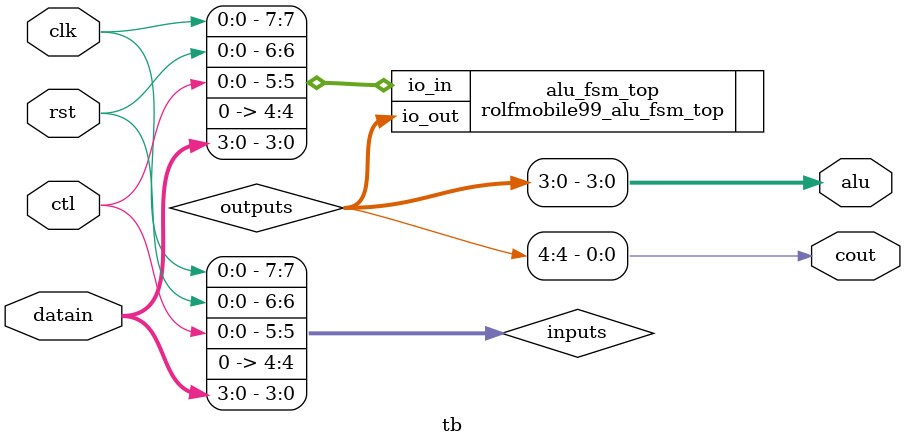
<source format=v>
`default_nettype none
`timescale 1ns/1ps

/*
this testbench just instantiates the module and makes some convenient wires
that can be driven / tested by the cocotb test.py
*/

module tb (
    // testbench is controlled by test.py
    input clk,
    input rst,
    input ctl,
    input [3:0] datain,
    output [3:0] alu,
    output cout
   );

    // this part dumps the trace to a vcd file that can be viewed with GTKWave
    initial begin
        $dumpfile ("tb.vcd");
        $dumpvars (0, tb);
        #1;
    end

    // wire up the inputs and outputs
    //wire [7:0] inputs = {datain[3:0], 1'b0, ctl, rst, clk};
    wire [7:0] inputs = {clk, rst, ctl, 1'b0, datain[3:0]};
    wire [7:0] outputs;

    assign alu = outputs[3:0];
    assign cout = outputs[4];

    // instantiate the DUT
    rolfmobile99_alu_fsm_top alu_fsm_top(
        .io_in  (inputs),
        .io_out (outputs)
        );

endmodule

</source>
